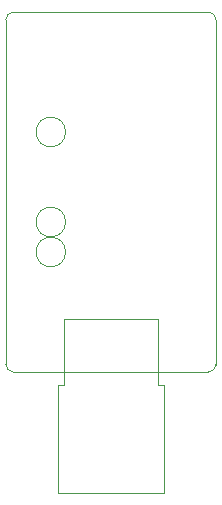
<source format=gbr>
%TF.GenerationSoftware,KiCad,Pcbnew,5.1.5+dfsg1-2~bpo10+1*%
%TF.CreationDate,Date%
%TF.ProjectId,ProMicro_GPS,50726f4d-6963-4726-9f5f-4750532e6b69,v3.1*%
%TF.SameCoordinates,Original*%
%TF.FileFunction,Other,User*%
%FSLAX45Y45*%
G04 Gerber Fmt 4.5, Leading zero omitted, Abs format (unit mm)*
G04 Created by KiCad*
%MOMM*%
%LPD*%
G04 APERTURE LIST*
%ADD10C,0.100000*%
%ADD11C,0.050000*%
G04 APERTURE END LIST*
D10*
X127000Y2857500D02*
X127000Y-63500D01*
X-1587500Y-127000D02*
G75*
G02X-1651000Y-63500I0J63500D01*
G01*
X-1651000Y2857500D02*
G75*
G02X-1587500Y2921000I63500J0D01*
G01*
X63500Y2921000D02*
G75*
G02X127000Y2857500I0J-63500D01*
G01*
X127000Y-63500D02*
G75*
G02X63500Y-127000I-63500J0D01*
G01*
X-1587500Y2921000D02*
X63500Y2921000D01*
X-1651000Y-63500D02*
X-1651000Y2857500D01*
X63500Y-127000D02*
X-1587500Y-127000D01*
D11*
X-1145000Y889000D02*
G75*
G03X-1145000Y889000I-125000J0D01*
G01*
X-1145000Y1143000D02*
G75*
G03X-1145000Y1143000I-125000J0D01*
G01*
X-1145000Y1905000D02*
G75*
G03X-1145000Y1905000I-125000J0D01*
G01*
X-1212000Y-236500D02*
X-1162000Y-236500D01*
X-1212000Y-1148500D02*
X-1212000Y-236500D01*
X-312000Y-236500D02*
X-362000Y-236500D01*
X-312000Y-1148500D02*
X-312000Y-236500D01*
X-1162000Y323500D02*
X-362000Y323500D01*
X-1162000Y-236500D02*
X-1162000Y323500D01*
X-312000Y-1148500D02*
X-1212000Y-1148500D01*
X-362000Y-236500D02*
X-362000Y323500D01*
M02*

</source>
